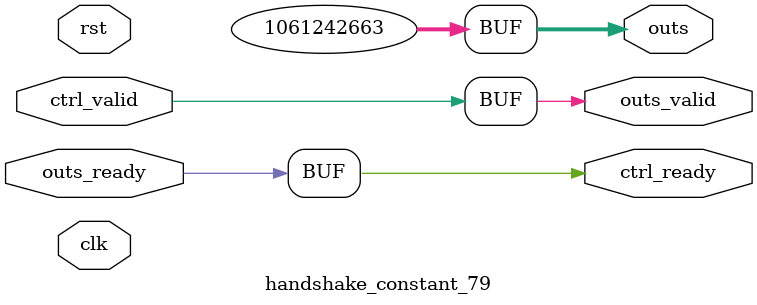
<source format=v>
`timescale 1ns / 1ps
module handshake_constant_79 #(
  parameter DATA_WIDTH = 32  // Default set to 32 bits
) (
  input                       clk,
  input                       rst,
  // Input Channel
  input                       ctrl_valid,
  output                      ctrl_ready,
  // Output Channel
  output [DATA_WIDTH - 1 : 0] outs,
  output                      outs_valid,
  input                       outs_ready
);
  assign outs       = 31'b0111111010000010100011100100111;
  assign outs_valid = ctrl_valid;
  assign ctrl_ready = outs_ready;

endmodule

</source>
